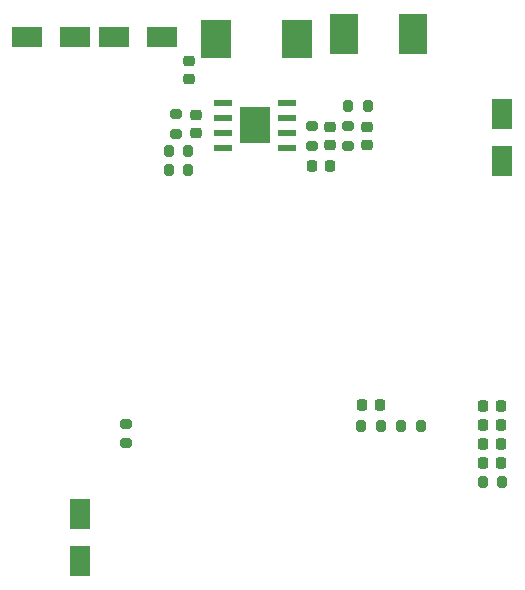
<source format=gbr>
%TF.GenerationSoftware,KiCad,Pcbnew,(6.0.6)*%
%TF.CreationDate,2022-07-27T00:23:15-07:00*%
%TF.ProjectId,AUTOPUMP_V2.02,4155544f-5055-44d5-905f-56322e30322e,rev?*%
%TF.SameCoordinates,Original*%
%TF.FileFunction,Paste,Top*%
%TF.FilePolarity,Positive*%
%FSLAX46Y46*%
G04 Gerber Fmt 4.6, Leading zero omitted, Abs format (unit mm)*
G04 Created by KiCad (PCBNEW (6.0.6)) date 2022-07-27 00:23:15*
%MOMM*%
%LPD*%
G01*
G04 APERTURE LIST*
G04 Aperture macros list*
%AMRoundRect*
0 Rectangle with rounded corners*
0 $1 Rounding radius*
0 $2 $3 $4 $5 $6 $7 $8 $9 X,Y pos of 4 corners*
0 Add a 4 corners polygon primitive as box body*
4,1,4,$2,$3,$4,$5,$6,$7,$8,$9,$2,$3,0*
0 Add four circle primitives for the rounded corners*
1,1,$1+$1,$2,$3*
1,1,$1+$1,$4,$5*
1,1,$1+$1,$6,$7*
1,1,$1+$1,$8,$9*
0 Add four rect primitives between the rounded corners*
20,1,$1+$1,$2,$3,$4,$5,0*
20,1,$1+$1,$4,$5,$6,$7,0*
20,1,$1+$1,$6,$7,$8,$9,0*
20,1,$1+$1,$8,$9,$2,$3,0*%
G04 Aperture macros list end*
%ADD10RoundRect,0.225000X-0.225000X-0.250000X0.225000X-0.250000X0.225000X0.250000X-0.225000X0.250000X0*%
%ADD11R,2.500000X1.800000*%
%ADD12RoundRect,0.200000X0.200000X0.275000X-0.200000X0.275000X-0.200000X-0.275000X0.200000X-0.275000X0*%
%ADD13RoundRect,0.218750X-0.218750X-0.256250X0.218750X-0.256250X0.218750X0.256250X-0.218750X0.256250X0*%
%ADD14R,1.550000X0.600000*%
%ADD15R,2.600000X3.100000*%
%ADD16RoundRect,0.200000X-0.200000X-0.275000X0.200000X-0.275000X0.200000X0.275000X-0.200000X0.275000X0*%
%ADD17RoundRect,0.225000X-0.250000X0.225000X-0.250000X-0.225000X0.250000X-0.225000X0.250000X0.225000X0*%
%ADD18RoundRect,0.200000X-0.275000X0.200000X-0.275000X-0.200000X0.275000X-0.200000X0.275000X0.200000X0*%
%ADD19R,1.800000X2.500000*%
%ADD20RoundRect,0.225000X0.250000X-0.225000X0.250000X0.225000X-0.250000X0.225000X-0.250000X-0.225000X0*%
%ADD21R,2.500000X3.300000*%
%ADD22RoundRect,0.225000X0.225000X0.250000X-0.225000X0.250000X-0.225000X-0.250000X0.225000X-0.250000X0*%
%ADD23R,2.413000X3.429000*%
G04 APERTURE END LIST*
D10*
%TO.C,C6*%
X139700000Y-64008000D03*
X141250000Y-64008000D03*
%TD*%
D11*
%TO.C,D1*%
X119602000Y-53086000D03*
X115602000Y-53086000D03*
%TD*%
D12*
%TO.C,R10*%
X129222000Y-62788800D03*
X127572000Y-62788800D03*
%TD*%
D11*
%TO.C,D2*%
X122968000Y-53086000D03*
X126968000Y-53086000D03*
%TD*%
D13*
%TO.C,D7*%
X154152500Y-89154000D03*
X155727500Y-89154000D03*
%TD*%
D10*
%TO.C,C11*%
X154190400Y-87528400D03*
X155740400Y-87528400D03*
%TD*%
D14*
%TO.C,U1*%
X132174000Y-58674000D03*
X132174000Y-59944000D03*
X132174000Y-61214000D03*
X132174000Y-62484000D03*
X137574000Y-62484000D03*
X137574000Y-61214000D03*
X137574000Y-59944000D03*
X137574000Y-58674000D03*
D15*
X134874000Y-60579000D03*
%TD*%
D12*
%TO.C,R3*%
X129222000Y-64389000D03*
X127572000Y-64389000D03*
%TD*%
D16*
%TO.C,R1*%
X143892000Y-86074500D03*
X145542000Y-86074500D03*
%TD*%
D17*
%TO.C,C10*%
X144348200Y-60693000D03*
X144348200Y-62243000D03*
%TD*%
D18*
%TO.C,R4*%
X139700000Y-60643000D03*
X139700000Y-62293000D03*
%TD*%
%TO.C,R5*%
X123969000Y-85852000D03*
X123969000Y-87502000D03*
%TD*%
D19*
%TO.C,D5*%
X120040400Y-97478600D03*
X120040400Y-93478600D03*
%TD*%
D16*
%TO.C,R2*%
X147257000Y-86074500D03*
X148907000Y-86074500D03*
%TD*%
D17*
%TO.C,C5*%
X141249400Y-60693000D03*
X141249400Y-62243000D03*
%TD*%
%TO.C,C3*%
X129870200Y-59702400D03*
X129870200Y-61252400D03*
%TD*%
D20*
%TO.C,C4*%
X129286000Y-56668000D03*
X129286000Y-55118000D03*
%TD*%
D21*
%TO.C,D3*%
X138401000Y-53289200D03*
X131601000Y-53289200D03*
%TD*%
D16*
%TO.C,R8*%
X154165800Y-90779600D03*
X155815800Y-90779600D03*
%TD*%
D22*
%TO.C,C8*%
X155740400Y-84378800D03*
X154190400Y-84378800D03*
%TD*%
D19*
%TO.C,D6*%
X155803600Y-59620400D03*
X155803600Y-63620400D03*
%TD*%
D10*
%TO.C,C1*%
X143942000Y-84296500D03*
X145492000Y-84296500D03*
%TD*%
D18*
%TO.C,R7*%
X142798800Y-60643000D03*
X142798800Y-62293000D03*
%TD*%
D23*
%TO.C,L1*%
X142392400Y-52832000D03*
X148234400Y-52832000D03*
%TD*%
D18*
%TO.C,R9*%
X128168400Y-59627000D03*
X128168400Y-61277000D03*
%TD*%
D10*
%TO.C,C9*%
X154190400Y-85953600D03*
X155740400Y-85953600D03*
%TD*%
D12*
%TO.C,R6*%
X144411200Y-58978800D03*
X142761200Y-58978800D03*
%TD*%
M02*

</source>
